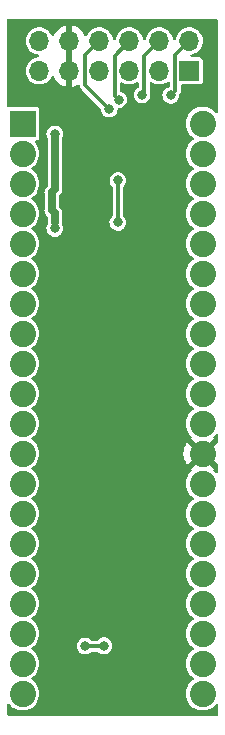
<source format=gbr>
%TF.GenerationSoftware,KiCad,Pcbnew,7.0.7*%
%TF.CreationDate,2025-07-21T04:58:23-04:00*%
%TF.ProjectId,Visual80-3,56697375-616c-4383-902d-332e6b696361,rev?*%
%TF.SameCoordinates,Original*%
%TF.FileFunction,Copper,L2,Bot*%
%TF.FilePolarity,Positive*%
%FSLAX46Y46*%
G04 Gerber Fmt 4.6, Leading zero omitted, Abs format (unit mm)*
G04 Created by KiCad (PCBNEW 7.0.7) date 2025-07-21 04:58:23*
%MOMM*%
%LPD*%
G01*
G04 APERTURE LIST*
%TA.AperFunction,ComponentPad*%
%ADD10R,2.222500X2.222500*%
%TD*%
%TA.AperFunction,ComponentPad*%
%ADD11C,2.222500*%
%TD*%
%TA.AperFunction,ComponentPad*%
%ADD12R,1.700000X1.700000*%
%TD*%
%TA.AperFunction,ComponentPad*%
%ADD13O,1.700000X1.700000*%
%TD*%
%TA.AperFunction,ViaPad*%
%ADD14C,0.800000*%
%TD*%
%TA.AperFunction,Conductor*%
%ADD15C,0.635000*%
%TD*%
%TA.AperFunction,Conductor*%
%ADD16C,0.304800*%
%TD*%
G04 APERTURE END LIST*
D10*
%TO.P,U1,1,Pin_1*%
%TO.N,A11*%
X136202500Y-31755000D03*
D11*
%TO.P,U1,2,Pin_2*%
%TO.N,A12*%
X136202500Y-34295000D03*
%TO.P,U1,3,Pin_3*%
%TO.N,A13*%
X136202500Y-36835000D03*
%TO.P,U1,4,Pin_4*%
%TO.N,A14*%
X136202500Y-39375000D03*
%TO.P,U1,5,Pin_5*%
%TO.N,A15*%
X136202500Y-41915000D03*
%TO.P,U1,6,Pin_6*%
%TO.N,CLK*%
X136202500Y-44455000D03*
%TO.P,U1,7,Pin_7*%
%TO.N,D4*%
X136202500Y-46995000D03*
%TO.P,U1,8,Pin_8*%
%TO.N,D3*%
X136202500Y-49535000D03*
%TO.P,U1,9,Pin_9*%
%TO.N,D5*%
X136202500Y-52075000D03*
%TO.P,U1,10,Pin_10*%
%TO.N,D6*%
X136202500Y-54615000D03*
%TO.P,U1,11,Pin_11*%
%TO.N,+5V*%
X136202500Y-57155000D03*
%TO.P,U1,12,Pin_12*%
%TO.N,D2*%
X136202500Y-59695000D03*
%TO.P,U1,13,Pin_13*%
%TO.N,D7*%
X136202500Y-62235000D03*
%TO.P,U1,14,Pin_14*%
%TO.N,D0*%
X136202500Y-64775000D03*
%TO.P,U1,15,Pin_15*%
%TO.N,D1*%
X136202500Y-67315000D03*
%TO.P,U1,16,Pin_16*%
%TO.N,_INT*%
X136202500Y-69855000D03*
%TO.P,U1,17,Pin_17*%
%TO.N,_NMI*%
X136202500Y-72395000D03*
%TO.P,U1,18,Pin_18*%
%TO.N,_HALT*%
X136202500Y-74935000D03*
%TO.P,U1,19,Pin_19*%
%TO.N,_MREQ*%
X136202500Y-77475000D03*
%TO.P,U1,20,Pin_20*%
%TO.N,_IORQ*%
X136202500Y-80015000D03*
%TO.P,U1,21,Pin_21*%
%TO.N,_RD*%
X151442500Y-80015000D03*
%TO.P,U1,22,Pin_22*%
%TO.N,_WR*%
X151442500Y-77475000D03*
%TO.P,U1,23,Pin_23*%
%TO.N,_BUSAK*%
X151442500Y-74935000D03*
%TO.P,U1,24,Pin_24*%
%TO.N,_WAIT*%
X151442500Y-72395000D03*
%TO.P,U1,25,Pin_25*%
%TO.N,_BUSRQ*%
X151442500Y-69855000D03*
%TO.P,U1,26,Pin_26*%
%TO.N,_RESET*%
X151442500Y-67315000D03*
%TO.P,U1,27,Pin_27*%
%TO.N,_M1*%
X151442500Y-64775000D03*
%TO.P,U1,28,Pin_28*%
%TO.N,_REFSH*%
X151442500Y-62235000D03*
%TO.P,U1,29,Pin_29*%
%TO.N,GND*%
X151442500Y-59695000D03*
%TO.P,U1,30,Pin_30*%
%TO.N,A0*%
X151442500Y-57155000D03*
%TO.P,U1,31,Pin_31*%
%TO.N,A1*%
X151442500Y-54615000D03*
%TO.P,U1,32,Pin_32*%
%TO.N,A2*%
X151442500Y-52075000D03*
%TO.P,U1,33,Pin_33*%
%TO.N,A3*%
X151442500Y-49535000D03*
%TO.P,U1,34,Pin_34*%
%TO.N,A4*%
X151442500Y-46995000D03*
%TO.P,U1,35,Pin_35*%
%TO.N,A5*%
X151442500Y-44455000D03*
%TO.P,U1,36,Pin_36*%
%TO.N,A6*%
X151442500Y-41915000D03*
%TO.P,U1,37,Pin_37*%
%TO.N,A7*%
X151442500Y-39375000D03*
%TO.P,U1,38,Pin_38*%
%TO.N,A8*%
X151442500Y-36835000D03*
%TO.P,U1,39,Pin_39*%
%TO.N,A9*%
X151442500Y-34295000D03*
%TO.P,U1,40,Pin_40*%
%TO.N,A10*%
X151442500Y-31755000D03*
%TD*%
D12*
%TO.P,J1,1,Pin_1*%
%TO.N,X9*%
X150325000Y-27290000D03*
D13*
%TO.P,J1,2,Pin_2*%
%TO.N,X8*%
X150325000Y-24750000D03*
%TO.P,J1,3,Pin_3*%
%TO.N,X13*%
X147785000Y-27290000D03*
%TO.P,J1,4,Pin_4*%
%TO.N,X10*%
X147785000Y-24750000D03*
%TO.P,J1,5,Pin_5*%
%TO.N,X14*%
X145245000Y-27290000D03*
%TO.P,J1,6,Pin_6*%
%TO.N,X11*%
X145245000Y-24750000D03*
%TO.P,J1,7,Pin_7*%
%TO.N,X15*%
X142705000Y-27290000D03*
%TO.P,J1,8,Pin_8*%
%TO.N,X12*%
X142705000Y-24750000D03*
%TO.P,J1,9,Pin_9*%
%TO.N,GND*%
X140165000Y-27290000D03*
%TO.P,J1,10,Pin_10*%
X140165000Y-24750000D03*
%TO.P,J1,11,Pin_11*%
%TO.N,+5V*%
X137625000Y-27290000D03*
%TO.P,J1,12,Pin_12*%
X137625000Y-24750000D03*
%TD*%
D14*
%TO.N,+5V*%
X138938000Y-32639000D03*
X138938000Y-40640000D03*
%TO.N,GND*%
X139689900Y-38354000D03*
%TO.N,_MREQ*%
X141500000Y-76000000D03*
X143101900Y-75968326D03*
%TO.N,LOAD*%
X144272000Y-40132000D03*
X144276518Y-36571482D03*
%TO.N,X8*%
X148748750Y-29368750D03*
%TO.N,X12*%
X143531674Y-30531674D03*
%TO.N,X11*%
X144338337Y-29725011D03*
%TO.N,X10*%
X146324049Y-29326498D03*
%TD*%
D15*
%TO.N,+5V*%
X138938000Y-37338000D02*
X138684000Y-37592000D01*
X138938000Y-39370000D02*
X138938000Y-40132000D01*
X138938000Y-32639000D02*
X138938000Y-37338000D01*
X138684000Y-39116000D02*
X138938000Y-39370000D01*
X138684000Y-37592000D02*
X138684000Y-39116000D01*
D16*
%TO.N,_MREQ*%
X143070226Y-76000000D02*
X141500000Y-76000000D01*
X143101900Y-75968326D02*
X143070226Y-76000000D01*
%TO.N,LOAD*%
X144276518Y-40127482D02*
X144272000Y-40132000D01*
X144276518Y-36571482D02*
X144276518Y-40127482D01*
%TO.N,X8*%
X149122600Y-28994900D02*
X149122600Y-25952400D01*
X149122600Y-25952400D02*
X150325000Y-24750000D01*
X148748750Y-29368750D02*
X149122600Y-28994900D01*
%TO.N,X12*%
X141500000Y-25955000D02*
X142705000Y-24750000D01*
X141500000Y-28500000D02*
X141500000Y-25955000D01*
X143531674Y-30531674D02*
X141500000Y-28500000D01*
%TO.N,X11*%
X144000000Y-25995000D02*
X145245000Y-24750000D01*
X144338337Y-29725011D02*
X144000000Y-29386674D01*
X144000000Y-29386674D02*
X144000000Y-25995000D01*
%TO.N,X10*%
X146500000Y-26035000D02*
X147785000Y-24750000D01*
X146324049Y-29326498D02*
X146500000Y-29150547D01*
X146500000Y-29150547D02*
X146500000Y-26035000D01*
%TD*%
%TA.AperFunction,Conductor*%
%TO.N,GND*%
G36*
X140342512Y-25249507D02*
G01*
X140395315Y-25295262D01*
X140415000Y-25362301D01*
X140415000Y-26677698D01*
X140395315Y-26744737D01*
X140342511Y-26790492D01*
X140273355Y-26800436D01*
X140200766Y-26790000D01*
X140200763Y-26790000D01*
X140129237Y-26790000D01*
X140129233Y-26790000D01*
X140056645Y-26800436D01*
X139987487Y-26790492D01*
X139934684Y-26744736D01*
X139915000Y-26677698D01*
X139915000Y-25362301D01*
X139934685Y-25295262D01*
X139987489Y-25249507D01*
X140056647Y-25239563D01*
X140129237Y-25250000D01*
X140129238Y-25250000D01*
X140200762Y-25250000D01*
X140200763Y-25250000D01*
X140273353Y-25239563D01*
X140342512Y-25249507D01*
G37*
%TD.AperFunction*%
%TA.AperFunction,Conductor*%
G36*
X152698539Y-22905185D02*
G01*
X152744294Y-22957989D01*
X152755500Y-23009500D01*
X152755500Y-30771990D01*
X152735815Y-30839029D01*
X152683011Y-30884784D01*
X152613853Y-30894728D01*
X152550297Y-30865703D01*
X152540270Y-30855973D01*
X152405188Y-30709235D01*
X152405184Y-30709232D01*
X152219938Y-30565049D01*
X152219929Y-30565043D01*
X152013478Y-30453318D01*
X152013468Y-30453313D01*
X151791437Y-30377090D01*
X151617767Y-30348110D01*
X151559879Y-30338450D01*
X151325121Y-30338450D01*
X151307371Y-30341412D01*
X151093562Y-30377090D01*
X150871531Y-30453313D01*
X150871521Y-30453318D01*
X150665070Y-30565043D01*
X150665061Y-30565049D01*
X150479815Y-30709232D01*
X150479812Y-30709235D01*
X150320809Y-30881957D01*
X150192411Y-31078486D01*
X150098111Y-31293469D01*
X150040481Y-31521043D01*
X150040479Y-31521052D01*
X150021095Y-31754994D01*
X150021095Y-31755005D01*
X150040479Y-31988947D01*
X150040481Y-31988956D01*
X150098111Y-32216530D01*
X150192411Y-32431513D01*
X150320809Y-32628042D01*
X150320812Y-32628045D01*
X150479809Y-32800762D01*
X150622509Y-32911830D01*
X150642188Y-32927147D01*
X150683000Y-32983857D01*
X150686675Y-33053630D01*
X150652043Y-33114313D01*
X150642188Y-33122853D01*
X150479811Y-33249236D01*
X150320809Y-33421957D01*
X150192411Y-33618486D01*
X150098111Y-33833469D01*
X150040481Y-34061043D01*
X150040479Y-34061052D01*
X150021095Y-34294994D01*
X150021095Y-34295005D01*
X150040479Y-34528947D01*
X150040481Y-34528956D01*
X150098111Y-34756530D01*
X150192411Y-34971513D01*
X150320809Y-35168042D01*
X150320812Y-35168045D01*
X150479809Y-35340762D01*
X150642187Y-35467146D01*
X150642188Y-35467147D01*
X150683000Y-35523857D01*
X150686675Y-35593630D01*
X150652043Y-35654313D01*
X150642188Y-35662853D01*
X150479811Y-35789236D01*
X150320809Y-35961957D01*
X150192411Y-36158486D01*
X150098111Y-36373469D01*
X150040481Y-36601043D01*
X150040479Y-36601052D01*
X150021095Y-36834994D01*
X150021095Y-36835005D01*
X150040479Y-37068947D01*
X150040481Y-37068956D01*
X150098111Y-37296530D01*
X150192411Y-37511513D01*
X150320809Y-37708042D01*
X150320812Y-37708045D01*
X150479809Y-37880762D01*
X150642185Y-38007145D01*
X150642188Y-38007147D01*
X150683000Y-38063857D01*
X150686675Y-38133630D01*
X150652043Y-38194313D01*
X150642188Y-38202853D01*
X150479811Y-38329236D01*
X150320809Y-38501957D01*
X150192411Y-38698486D01*
X150098111Y-38913469D01*
X150040481Y-39141043D01*
X150040479Y-39141052D01*
X150021095Y-39374994D01*
X150021095Y-39375005D01*
X150040479Y-39608947D01*
X150040481Y-39608956D01*
X150098111Y-39836530D01*
X150192411Y-40051513D01*
X150320809Y-40248042D01*
X150320812Y-40248045D01*
X150479809Y-40420762D01*
X150543033Y-40469971D01*
X150642188Y-40547147D01*
X150683000Y-40603857D01*
X150686675Y-40673630D01*
X150652043Y-40734313D01*
X150642188Y-40742853D01*
X150479811Y-40869236D01*
X150320809Y-41041957D01*
X150192411Y-41238486D01*
X150098111Y-41453469D01*
X150040481Y-41681043D01*
X150040479Y-41681052D01*
X150021095Y-41914994D01*
X150021095Y-41915005D01*
X150040479Y-42148947D01*
X150040481Y-42148956D01*
X150098111Y-42376530D01*
X150192411Y-42591513D01*
X150320809Y-42788042D01*
X150320812Y-42788045D01*
X150479809Y-42960762D01*
X150642187Y-43087146D01*
X150642188Y-43087147D01*
X150683000Y-43143857D01*
X150686675Y-43213630D01*
X150652043Y-43274313D01*
X150642188Y-43282853D01*
X150479811Y-43409236D01*
X150320809Y-43581957D01*
X150192411Y-43778486D01*
X150098111Y-43993469D01*
X150040481Y-44221043D01*
X150040479Y-44221052D01*
X150021095Y-44454994D01*
X150021095Y-44455005D01*
X150040479Y-44688947D01*
X150040481Y-44688956D01*
X150098111Y-44916530D01*
X150192411Y-45131513D01*
X150320809Y-45328042D01*
X150320812Y-45328045D01*
X150479809Y-45500762D01*
X150642187Y-45627146D01*
X150642188Y-45627147D01*
X150683000Y-45683857D01*
X150686675Y-45753630D01*
X150652043Y-45814313D01*
X150642188Y-45822853D01*
X150479811Y-45949236D01*
X150320809Y-46121957D01*
X150192411Y-46318486D01*
X150098111Y-46533469D01*
X150040481Y-46761043D01*
X150040479Y-46761052D01*
X150021095Y-46994994D01*
X150021095Y-46995005D01*
X150040479Y-47228947D01*
X150040481Y-47228956D01*
X150098111Y-47456530D01*
X150192411Y-47671513D01*
X150320809Y-47868042D01*
X150320812Y-47868045D01*
X150479809Y-48040762D01*
X150642185Y-48167145D01*
X150642188Y-48167147D01*
X150683000Y-48223857D01*
X150686675Y-48293630D01*
X150652043Y-48354313D01*
X150642188Y-48362853D01*
X150479811Y-48489236D01*
X150320809Y-48661957D01*
X150192411Y-48858486D01*
X150098111Y-49073469D01*
X150040481Y-49301043D01*
X150040479Y-49301052D01*
X150021095Y-49534994D01*
X150021095Y-49535005D01*
X150040479Y-49768947D01*
X150040481Y-49768956D01*
X150098111Y-49996530D01*
X150192411Y-50211513D01*
X150320809Y-50408042D01*
X150320812Y-50408045D01*
X150479809Y-50580762D01*
X150642187Y-50707146D01*
X150642188Y-50707147D01*
X150683000Y-50763857D01*
X150686675Y-50833630D01*
X150652043Y-50894313D01*
X150642188Y-50902853D01*
X150479811Y-51029236D01*
X150320809Y-51201957D01*
X150192411Y-51398486D01*
X150098111Y-51613469D01*
X150040481Y-51841043D01*
X150040479Y-51841052D01*
X150021095Y-52074994D01*
X150021095Y-52075005D01*
X150040479Y-52308947D01*
X150040481Y-52308956D01*
X150098111Y-52536530D01*
X150192411Y-52751513D01*
X150320809Y-52948042D01*
X150320812Y-52948045D01*
X150479809Y-53120762D01*
X150642185Y-53247145D01*
X150642188Y-53247147D01*
X150683000Y-53303857D01*
X150686675Y-53373630D01*
X150652043Y-53434313D01*
X150642188Y-53442853D01*
X150479811Y-53569236D01*
X150320809Y-53741957D01*
X150192411Y-53938486D01*
X150098111Y-54153469D01*
X150040481Y-54381043D01*
X150040479Y-54381052D01*
X150021095Y-54614994D01*
X150021095Y-54615005D01*
X150040479Y-54848947D01*
X150040481Y-54848956D01*
X150098111Y-55076530D01*
X150192411Y-55291513D01*
X150320809Y-55488042D01*
X150320812Y-55488045D01*
X150479809Y-55660762D01*
X150642185Y-55787145D01*
X150642188Y-55787147D01*
X150683000Y-55843857D01*
X150686675Y-55913630D01*
X150652043Y-55974313D01*
X150642188Y-55982853D01*
X150479811Y-56109236D01*
X150320809Y-56281957D01*
X150192411Y-56478486D01*
X150098111Y-56693469D01*
X150040481Y-56921043D01*
X150040479Y-56921052D01*
X150021095Y-57154994D01*
X150021095Y-57155005D01*
X150040479Y-57388947D01*
X150040481Y-57388956D01*
X150098111Y-57616530D01*
X150192411Y-57831513D01*
X150320809Y-58028042D01*
X150320812Y-58028045D01*
X150479809Y-58200762D01*
X150480808Y-58201539D01*
X150481111Y-58201960D01*
X150483585Y-58204238D01*
X150483116Y-58204746D01*
X150521625Y-58258245D01*
X150525305Y-58328018D01*
X150490679Y-58388704D01*
X150490352Y-58389000D01*
X150490340Y-58389287D01*
X151044323Y-58943270D01*
X151077808Y-59004593D01*
X151072824Y-59074285D01*
X151030952Y-59130218D01*
X151027083Y-59133001D01*
X150975903Y-59168327D01*
X150868950Y-59289054D01*
X150809761Y-59326181D01*
X150739895Y-59325413D01*
X150688454Y-59294508D01*
X150136786Y-58742840D01*
X150134940Y-58745003D01*
X150002426Y-58961245D01*
X149905373Y-59195554D01*
X149846165Y-59442171D01*
X149826268Y-59694999D01*
X149846165Y-59947828D01*
X149905373Y-60194445D01*
X150002426Y-60428754D01*
X150134935Y-60644987D01*
X150134945Y-60645001D01*
X150136787Y-60647157D01*
X150688453Y-60095491D01*
X150749776Y-60062006D01*
X150819467Y-60066990D01*
X150868949Y-60100945D01*
X150975905Y-60221673D01*
X150975907Y-60221675D01*
X151004833Y-60241641D01*
X151027081Y-60256998D01*
X151071071Y-60311281D01*
X151078731Y-60380730D01*
X151047627Y-60443295D01*
X151044322Y-60446729D01*
X150490341Y-61000711D01*
X150490487Y-61004423D01*
X150523384Y-61054830D01*
X150523874Y-61124698D01*
X150486513Y-61183740D01*
X150480827Y-61188445D01*
X150479814Y-61189233D01*
X150479812Y-61189235D01*
X150320809Y-61361957D01*
X150192411Y-61558486D01*
X150098111Y-61773469D01*
X150040481Y-62001043D01*
X150040479Y-62001052D01*
X150021095Y-62234994D01*
X150021095Y-62235005D01*
X150040479Y-62468947D01*
X150040481Y-62468956D01*
X150098111Y-62696530D01*
X150192411Y-62911513D01*
X150320809Y-63108042D01*
X150320812Y-63108045D01*
X150479809Y-63280762D01*
X150642185Y-63407145D01*
X150642188Y-63407147D01*
X150683000Y-63463857D01*
X150686675Y-63533630D01*
X150652043Y-63594313D01*
X150642188Y-63602853D01*
X150479811Y-63729236D01*
X150320809Y-63901957D01*
X150192411Y-64098486D01*
X150098111Y-64313469D01*
X150040481Y-64541043D01*
X150040479Y-64541052D01*
X150021095Y-64774994D01*
X150021095Y-64775005D01*
X150040479Y-65008947D01*
X150040481Y-65008956D01*
X150098111Y-65236530D01*
X150192411Y-65451513D01*
X150320809Y-65648042D01*
X150320812Y-65648045D01*
X150479809Y-65820762D01*
X150642187Y-65947146D01*
X150642188Y-65947147D01*
X150683000Y-66003857D01*
X150686675Y-66073630D01*
X150652043Y-66134313D01*
X150642188Y-66142853D01*
X150479811Y-66269236D01*
X150320809Y-66441957D01*
X150192411Y-66638486D01*
X150098111Y-66853469D01*
X150040481Y-67081043D01*
X150040479Y-67081052D01*
X150021095Y-67314994D01*
X150021095Y-67315005D01*
X150040479Y-67548947D01*
X150040481Y-67548956D01*
X150098111Y-67776530D01*
X150192411Y-67991513D01*
X150320809Y-68188042D01*
X150320812Y-68188045D01*
X150479809Y-68360762D01*
X150642187Y-68487146D01*
X150642188Y-68487147D01*
X150683000Y-68543857D01*
X150686675Y-68613630D01*
X150652043Y-68674313D01*
X150642188Y-68682853D01*
X150479811Y-68809236D01*
X150320809Y-68981957D01*
X150192411Y-69178486D01*
X150098111Y-69393469D01*
X150040481Y-69621043D01*
X150040479Y-69621052D01*
X150021095Y-69854994D01*
X150021095Y-69855005D01*
X150040479Y-70088947D01*
X150040481Y-70088956D01*
X150098111Y-70316530D01*
X150192411Y-70531513D01*
X150320809Y-70728042D01*
X150320812Y-70728045D01*
X150479809Y-70900762D01*
X150642185Y-71027145D01*
X150642188Y-71027147D01*
X150683000Y-71083857D01*
X150686675Y-71153630D01*
X150652043Y-71214313D01*
X150642188Y-71222853D01*
X150479811Y-71349236D01*
X150320809Y-71521957D01*
X150192411Y-71718486D01*
X150098111Y-71933469D01*
X150040481Y-72161043D01*
X150040479Y-72161052D01*
X150021095Y-72394994D01*
X150021095Y-72395005D01*
X150040479Y-72628947D01*
X150040481Y-72628956D01*
X150098111Y-72856530D01*
X150192411Y-73071513D01*
X150320809Y-73268042D01*
X150320812Y-73268045D01*
X150479809Y-73440762D01*
X150642185Y-73567145D01*
X150642188Y-73567147D01*
X150683000Y-73623857D01*
X150686675Y-73693630D01*
X150652043Y-73754313D01*
X150642188Y-73762853D01*
X150479811Y-73889236D01*
X150320809Y-74061957D01*
X150192411Y-74258486D01*
X150098111Y-74473469D01*
X150040481Y-74701043D01*
X150040479Y-74701052D01*
X150021095Y-74934994D01*
X150021095Y-74935005D01*
X150040479Y-75168947D01*
X150040481Y-75168956D01*
X150098111Y-75396530D01*
X150192411Y-75611513D01*
X150320809Y-75808042D01*
X150320812Y-75808045D01*
X150479809Y-75980762D01*
X150642187Y-76107146D01*
X150642188Y-76107147D01*
X150683000Y-76163857D01*
X150686675Y-76233630D01*
X150652043Y-76294313D01*
X150642188Y-76302853D01*
X150479811Y-76429236D01*
X150320809Y-76601957D01*
X150192411Y-76798486D01*
X150098111Y-77013469D01*
X150040481Y-77241043D01*
X150040479Y-77241052D01*
X150021095Y-77474994D01*
X150021095Y-77475005D01*
X150040479Y-77708947D01*
X150040481Y-77708956D01*
X150098111Y-77936530D01*
X150192411Y-78151513D01*
X150320809Y-78348042D01*
X150320812Y-78348045D01*
X150479809Y-78520762D01*
X150642185Y-78647145D01*
X150642188Y-78647147D01*
X150683000Y-78703857D01*
X150686675Y-78773630D01*
X150652043Y-78834313D01*
X150642188Y-78842853D01*
X150479811Y-78969236D01*
X150320809Y-79141957D01*
X150192411Y-79338486D01*
X150098111Y-79553469D01*
X150040481Y-79781043D01*
X150040479Y-79781052D01*
X150021095Y-80014994D01*
X150021095Y-80015005D01*
X150040479Y-80248947D01*
X150040481Y-80248956D01*
X150098111Y-80476530D01*
X150192411Y-80691513D01*
X150320809Y-80888042D01*
X150320812Y-80888045D01*
X150479809Y-81060762D01*
X150665065Y-81204953D01*
X150665067Y-81204954D01*
X150665070Y-81204956D01*
X150785096Y-81269910D01*
X150871528Y-81316685D01*
X150871531Y-81316686D01*
X151093562Y-81392909D01*
X151093564Y-81392909D01*
X151093566Y-81392910D01*
X151325121Y-81431550D01*
X151325122Y-81431550D01*
X151559878Y-81431550D01*
X151559879Y-81431550D01*
X151791434Y-81392910D01*
X152013472Y-81316685D01*
X152219935Y-81204953D01*
X152405191Y-81060762D01*
X152540271Y-80914024D01*
X152600157Y-80878036D01*
X152669995Y-80880136D01*
X152727611Y-80919660D01*
X152754713Y-80984059D01*
X152755500Y-80998009D01*
X152755500Y-81765500D01*
X152735815Y-81832539D01*
X152683011Y-81878294D01*
X152631500Y-81889500D01*
X135023500Y-81889500D01*
X134956461Y-81869815D01*
X134910706Y-81817011D01*
X134899500Y-81765500D01*
X134899500Y-81008872D01*
X134919185Y-80941833D01*
X134971989Y-80896078D01*
X135041147Y-80886134D01*
X135104703Y-80915159D01*
X135114722Y-80924882D01*
X135239809Y-81060762D01*
X135425065Y-81204953D01*
X135425067Y-81204954D01*
X135425070Y-81204956D01*
X135545096Y-81269910D01*
X135631528Y-81316685D01*
X135631531Y-81316686D01*
X135853562Y-81392909D01*
X135853564Y-81392909D01*
X135853566Y-81392910D01*
X136085121Y-81431550D01*
X136085122Y-81431550D01*
X136319878Y-81431550D01*
X136319879Y-81431550D01*
X136551434Y-81392910D01*
X136773472Y-81316685D01*
X136979935Y-81204953D01*
X137165191Y-81060762D01*
X137324188Y-80888045D01*
X137452588Y-80691514D01*
X137546889Y-80476529D01*
X137604519Y-80248956D01*
X137623905Y-80015000D01*
X137604519Y-79781044D01*
X137546889Y-79553471D01*
X137452588Y-79338486D01*
X137452588Y-79338485D01*
X137324190Y-79141957D01*
X137284672Y-79099029D01*
X137165191Y-78969238D01*
X137002810Y-78842851D01*
X136961999Y-78786143D01*
X136958324Y-78716370D01*
X136992956Y-78655687D01*
X137002800Y-78647156D01*
X137165191Y-78520762D01*
X137324188Y-78348045D01*
X137452588Y-78151514D01*
X137546889Y-77936529D01*
X137604519Y-77708956D01*
X137623905Y-77475000D01*
X137604519Y-77241044D01*
X137546889Y-77013471D01*
X137452588Y-76798486D01*
X137344233Y-76632636D01*
X137324190Y-76601957D01*
X137284672Y-76559029D01*
X137165191Y-76429238D01*
X137002810Y-76302851D01*
X136961999Y-76246143D01*
X136958324Y-76176370D01*
X136992956Y-76115687D01*
X137002800Y-76107156D01*
X137140474Y-76000000D01*
X140789520Y-76000000D01*
X140810165Y-76170029D01*
X140870901Y-76330177D01*
X140870901Y-76330178D01*
X140939277Y-76429236D01*
X140968198Y-76471135D01*
X141096401Y-76584714D01*
X141248060Y-76664310D01*
X141331210Y-76684805D01*
X141414360Y-76705300D01*
X141414361Y-76705300D01*
X141585640Y-76705300D01*
X141641072Y-76691636D01*
X141751940Y-76664310D01*
X141903599Y-76584714D01*
X142011767Y-76488884D01*
X142074999Y-76459163D01*
X142093994Y-76457700D01*
X142543658Y-76457700D01*
X142610697Y-76477385D01*
X142625881Y-76488881D01*
X142698301Y-76553040D01*
X142849960Y-76632636D01*
X142933110Y-76653130D01*
X143016260Y-76673626D01*
X143016261Y-76673626D01*
X143187540Y-76673626D01*
X143242972Y-76659962D01*
X143353840Y-76632636D01*
X143505499Y-76553040D01*
X143633702Y-76439461D01*
X143730999Y-76298503D01*
X143791735Y-76138355D01*
X143812380Y-75968326D01*
X143791735Y-75798297D01*
X143730999Y-75638149D01*
X143712613Y-75611513D01*
X143661632Y-75537654D01*
X143633702Y-75497191D01*
X143505499Y-75383612D01*
X143353840Y-75304016D01*
X143353839Y-75304015D01*
X143353838Y-75304015D01*
X143187540Y-75263026D01*
X143187539Y-75263026D01*
X143016261Y-75263026D01*
X143016260Y-75263026D01*
X142849961Y-75304015D01*
X142698302Y-75383611D01*
X142570093Y-75497195D01*
X142567142Y-75500527D01*
X142507953Y-75537654D01*
X142474327Y-75542300D01*
X142093994Y-75542300D01*
X142026955Y-75522615D01*
X142011769Y-75511118D01*
X141903599Y-75415286D01*
X141751940Y-75335690D01*
X141751939Y-75335689D01*
X141751938Y-75335689D01*
X141585640Y-75294700D01*
X141585639Y-75294700D01*
X141414361Y-75294700D01*
X141414360Y-75294700D01*
X141248061Y-75335689D01*
X141096402Y-75415285D01*
X140968198Y-75528864D01*
X140968196Y-75528867D01*
X140870901Y-75669821D01*
X140870901Y-75669822D01*
X140810165Y-75829970D01*
X140789520Y-75999999D01*
X140789520Y-76000000D01*
X137140474Y-76000000D01*
X137165191Y-75980762D01*
X137324188Y-75808045D01*
X137452588Y-75611514D01*
X137546889Y-75396529D01*
X137604519Y-75168956D01*
X137623905Y-74935000D01*
X137604519Y-74701044D01*
X137546889Y-74473471D01*
X137452588Y-74258486D01*
X137452588Y-74258485D01*
X137324190Y-74061957D01*
X137284672Y-74019029D01*
X137165191Y-73889238D01*
X137002810Y-73762851D01*
X136961999Y-73706143D01*
X136958324Y-73636370D01*
X136992956Y-73575687D01*
X137002800Y-73567156D01*
X137165191Y-73440762D01*
X137324188Y-73268045D01*
X137452588Y-73071514D01*
X137546889Y-72856529D01*
X137604519Y-72628956D01*
X137623905Y-72395000D01*
X137604519Y-72161044D01*
X137546889Y-71933471D01*
X137452588Y-71718486D01*
X137452588Y-71718485D01*
X137324190Y-71521957D01*
X137284672Y-71479029D01*
X137165191Y-71349238D01*
X137056004Y-71264254D01*
X137002811Y-71222852D01*
X136961998Y-71166142D01*
X136958324Y-71096369D01*
X136992956Y-71035686D01*
X137002788Y-71027165D01*
X137165191Y-70900762D01*
X137324188Y-70728045D01*
X137452588Y-70531514D01*
X137546889Y-70316529D01*
X137604519Y-70088956D01*
X137623905Y-69855000D01*
X137604519Y-69621044D01*
X137546889Y-69393471D01*
X137452588Y-69178486D01*
X137452587Y-69178485D01*
X137324190Y-68981957D01*
X137284672Y-68939029D01*
X137165191Y-68809238D01*
X137002810Y-68682851D01*
X136961999Y-68626143D01*
X136958324Y-68556370D01*
X136992956Y-68495687D01*
X137002800Y-68487156D01*
X137165191Y-68360762D01*
X137324188Y-68188045D01*
X137452588Y-67991514D01*
X137546889Y-67776529D01*
X137604519Y-67548956D01*
X137623905Y-67315000D01*
X137604519Y-67081044D01*
X137546889Y-66853471D01*
X137452588Y-66638486D01*
X137452587Y-66638485D01*
X137324190Y-66441957D01*
X137284672Y-66399029D01*
X137165191Y-66269238D01*
X137002810Y-66142851D01*
X136961999Y-66086143D01*
X136958324Y-66016370D01*
X136992956Y-65955687D01*
X137002800Y-65947156D01*
X137165191Y-65820762D01*
X137324188Y-65648045D01*
X137452588Y-65451514D01*
X137546889Y-65236529D01*
X137604519Y-65008956D01*
X137623905Y-64775000D01*
X137604519Y-64541044D01*
X137546889Y-64313471D01*
X137452588Y-64098486D01*
X137452587Y-64098485D01*
X137324190Y-63901957D01*
X137284672Y-63859029D01*
X137165191Y-63729238D01*
X137056004Y-63644254D01*
X137002811Y-63602852D01*
X136961998Y-63546142D01*
X136958324Y-63476369D01*
X136992956Y-63415686D01*
X137002788Y-63407165D01*
X137165191Y-63280762D01*
X137324188Y-63108045D01*
X137452588Y-62911514D01*
X137546889Y-62696529D01*
X137604519Y-62468956D01*
X137623905Y-62235000D01*
X137604519Y-62001044D01*
X137546889Y-61773471D01*
X137452588Y-61558486D01*
X137452587Y-61558485D01*
X137324190Y-61361957D01*
X137284672Y-61319029D01*
X137165191Y-61189238D01*
X137002810Y-61062851D01*
X136961999Y-61006143D01*
X136958324Y-60936370D01*
X136992956Y-60875687D01*
X137002800Y-60867156D01*
X137165191Y-60740762D01*
X137324188Y-60568045D01*
X137452588Y-60371514D01*
X137546889Y-60156529D01*
X137604519Y-59928956D01*
X137604520Y-59928947D01*
X137623905Y-59695005D01*
X137623905Y-59694994D01*
X137604520Y-59461052D01*
X137604519Y-59461049D01*
X137604519Y-59461044D01*
X137546889Y-59233471D01*
X137452588Y-59018486D01*
X137403447Y-58943270D01*
X137324190Y-58821957D01*
X137259081Y-58751230D01*
X137165191Y-58649238D01*
X137002810Y-58522851D01*
X136961999Y-58466143D01*
X136958324Y-58396370D01*
X136992956Y-58335687D01*
X137002800Y-58327156D01*
X137165191Y-58200762D01*
X137324188Y-58028045D01*
X137452588Y-57831514D01*
X137546889Y-57616529D01*
X137604519Y-57388956D01*
X137623905Y-57155000D01*
X137604519Y-56921044D01*
X137546889Y-56693471D01*
X137452588Y-56478486D01*
X137452587Y-56478485D01*
X137324190Y-56281957D01*
X137284672Y-56239029D01*
X137165191Y-56109238D01*
X137002810Y-55982851D01*
X136961999Y-55926143D01*
X136958324Y-55856370D01*
X136992956Y-55795687D01*
X137002800Y-55787156D01*
X137165191Y-55660762D01*
X137324188Y-55488045D01*
X137452588Y-55291514D01*
X137546889Y-55076529D01*
X137604519Y-54848956D01*
X137623905Y-54615000D01*
X137604519Y-54381044D01*
X137546889Y-54153471D01*
X137452588Y-53938486D01*
X137452587Y-53938485D01*
X137324190Y-53741957D01*
X137284672Y-53699029D01*
X137165191Y-53569238D01*
X137002810Y-53442851D01*
X136961999Y-53386143D01*
X136958324Y-53316370D01*
X136992956Y-53255687D01*
X137002800Y-53247156D01*
X137165191Y-53120762D01*
X137324188Y-52948045D01*
X137452588Y-52751514D01*
X137546889Y-52536529D01*
X137604519Y-52308956D01*
X137623905Y-52075000D01*
X137604519Y-51841044D01*
X137546889Y-51613471D01*
X137452588Y-51398486D01*
X137452587Y-51398485D01*
X137324190Y-51201957D01*
X137284672Y-51159029D01*
X137165191Y-51029238D01*
X137002810Y-50902851D01*
X136961999Y-50846143D01*
X136958324Y-50776370D01*
X136992956Y-50715687D01*
X137002800Y-50707156D01*
X137165191Y-50580762D01*
X137324188Y-50408045D01*
X137452588Y-50211514D01*
X137546889Y-49996529D01*
X137604519Y-49768956D01*
X137623905Y-49535000D01*
X137604519Y-49301044D01*
X137546889Y-49073471D01*
X137452588Y-48858486D01*
X137452587Y-48858485D01*
X137324190Y-48661957D01*
X137284672Y-48619029D01*
X137165191Y-48489238D01*
X137002810Y-48362851D01*
X136961999Y-48306143D01*
X136958324Y-48236370D01*
X136992956Y-48175687D01*
X137002800Y-48167156D01*
X137165191Y-48040762D01*
X137324188Y-47868045D01*
X137452588Y-47671514D01*
X137546889Y-47456529D01*
X137604519Y-47228956D01*
X137623905Y-46995000D01*
X137604519Y-46761044D01*
X137546889Y-46533471D01*
X137452588Y-46318486D01*
X137452587Y-46318485D01*
X137324190Y-46121957D01*
X137284672Y-46079029D01*
X137165191Y-45949238D01*
X137002810Y-45822851D01*
X136961999Y-45766143D01*
X136958324Y-45696370D01*
X136992956Y-45635687D01*
X137002800Y-45627156D01*
X137165191Y-45500762D01*
X137324188Y-45328045D01*
X137452588Y-45131514D01*
X137546889Y-44916529D01*
X137604519Y-44688956D01*
X137623905Y-44455000D01*
X137604519Y-44221044D01*
X137546889Y-43993471D01*
X137452588Y-43778486D01*
X137452587Y-43778485D01*
X137324190Y-43581957D01*
X137284672Y-43539029D01*
X137165191Y-43409238D01*
X137002810Y-43282851D01*
X136961999Y-43226143D01*
X136958324Y-43156370D01*
X136992956Y-43095687D01*
X137002800Y-43087156D01*
X137165191Y-42960762D01*
X137324188Y-42788045D01*
X137452588Y-42591514D01*
X137546889Y-42376529D01*
X137604519Y-42148956D01*
X137623905Y-41915000D01*
X137604519Y-41681044D01*
X137546889Y-41453471D01*
X137452588Y-41238486D01*
X137369384Y-41111132D01*
X137324190Y-41041957D01*
X137284672Y-40999029D01*
X137165191Y-40869238D01*
X137002810Y-40742851D01*
X136961999Y-40686143D01*
X136958324Y-40616370D01*
X136992956Y-40555687D01*
X137002800Y-40547156D01*
X137165191Y-40420762D01*
X137324188Y-40248045D01*
X137452588Y-40051514D01*
X137546889Y-39836529D01*
X137604519Y-39608956D01*
X137606983Y-39579224D01*
X137623905Y-39375005D01*
X137623905Y-39374994D01*
X137604520Y-39141052D01*
X137604519Y-39141049D01*
X137604519Y-39141044D01*
X137546889Y-38913471D01*
X137452588Y-38698486D01*
X137452587Y-38698485D01*
X137324190Y-38501957D01*
X137284672Y-38459029D01*
X137165191Y-38329238D01*
X137002810Y-38202851D01*
X136961999Y-38146143D01*
X136958324Y-38076370D01*
X136992956Y-38015687D01*
X137002800Y-38007156D01*
X137165191Y-37880762D01*
X137324188Y-37708045D01*
X137324883Y-37706982D01*
X137386747Y-37612291D01*
X137412887Y-37572281D01*
X138056560Y-37572281D01*
X138060925Y-37618459D01*
X138061200Y-37624297D01*
X138061200Y-39033551D01*
X138059480Y-39049129D01*
X138059770Y-39049157D01*
X138059036Y-39056922D01*
X138061200Y-39125778D01*
X138061200Y-39155192D01*
X138062063Y-39162015D01*
X138062521Y-39167839D01*
X138063978Y-39214200D01*
X138069533Y-39233321D01*
X138073477Y-39252366D01*
X138075972Y-39272115D01*
X138075974Y-39272120D01*
X138093048Y-39315245D01*
X138094940Y-39320773D01*
X138107878Y-39365307D01*
X138107879Y-39365308D01*
X138118008Y-39382435D01*
X138126567Y-39399907D01*
X138133895Y-39418414D01*
X138133898Y-39418421D01*
X138147299Y-39436866D01*
X138161158Y-39455941D01*
X138164367Y-39460826D01*
X138187976Y-39500746D01*
X138187983Y-39500756D01*
X138202050Y-39514822D01*
X138214689Y-39529619D01*
X138226391Y-39545725D01*
X138262132Y-39575293D01*
X138266442Y-39579214D01*
X138278877Y-39591649D01*
X138312365Y-39652969D01*
X138315200Y-39679333D01*
X138315200Y-40171181D01*
X138315201Y-40171197D01*
X138323209Y-40234592D01*
X138312082Y-40303570D01*
X138309993Y-40307740D01*
X138308904Y-40309815D01*
X138248165Y-40469970D01*
X138227520Y-40639999D01*
X138227520Y-40640000D01*
X138248165Y-40810029D01*
X138308901Y-40970177D01*
X138308901Y-40970178D01*
X138360399Y-41044784D01*
X138406198Y-41111135D01*
X138534401Y-41224714D01*
X138686060Y-41304310D01*
X138769210Y-41324804D01*
X138852360Y-41345300D01*
X138852361Y-41345300D01*
X139023640Y-41345300D01*
X139079072Y-41331636D01*
X139189940Y-41304310D01*
X139341599Y-41224714D01*
X139469802Y-41111135D01*
X139567099Y-40970177D01*
X139627835Y-40810029D01*
X139648480Y-40640000D01*
X139627835Y-40469971D01*
X139567099Y-40309823D01*
X139567098Y-40309821D01*
X139564439Y-40302810D01*
X139566094Y-40302182D01*
X139554223Y-40242939D01*
X139557642Y-40222976D01*
X139560799Y-40210680D01*
X139560800Y-40210678D01*
X139560800Y-40132000D01*
X143561520Y-40132000D01*
X143582165Y-40302029D01*
X143642901Y-40462177D01*
X143642901Y-40462178D01*
X143701551Y-40547146D01*
X143740198Y-40603135D01*
X143868401Y-40716714D01*
X144020060Y-40796310D01*
X144075720Y-40810029D01*
X144186360Y-40837300D01*
X144186361Y-40837300D01*
X144357640Y-40837300D01*
X144413072Y-40823636D01*
X144523940Y-40796310D01*
X144675599Y-40716714D01*
X144803802Y-40603135D01*
X144901099Y-40462177D01*
X144961835Y-40302029D01*
X144982480Y-40132000D01*
X144961835Y-39961971D01*
X144901099Y-39801823D01*
X144803802Y-39660865D01*
X144803795Y-39660859D01*
X144775989Y-39636224D01*
X144738864Y-39577034D01*
X144734218Y-39543410D01*
X144734218Y-37164073D01*
X144753903Y-37097034D01*
X144775986Y-37071261D01*
X144808320Y-37042617D01*
X144905617Y-36901659D01*
X144966353Y-36741511D01*
X144986998Y-36571482D01*
X144966353Y-36401453D01*
X144905617Y-36241305D01*
X144808320Y-36100347D01*
X144680117Y-35986768D01*
X144528458Y-35907172D01*
X144528457Y-35907171D01*
X144528456Y-35907171D01*
X144362158Y-35866182D01*
X144362157Y-35866182D01*
X144190879Y-35866182D01*
X144190878Y-35866182D01*
X144024579Y-35907171D01*
X143872920Y-35986767D01*
X143744716Y-36100346D01*
X143744714Y-36100349D01*
X143647419Y-36241303D01*
X143647419Y-36241304D01*
X143586683Y-36401452D01*
X143566038Y-36571481D01*
X143566038Y-36571482D01*
X143586683Y-36741511D01*
X143647419Y-36901659D01*
X143647419Y-36901660D01*
X143735666Y-37029506D01*
X143744716Y-37042617D01*
X143777046Y-37071259D01*
X143814171Y-37130446D01*
X143818818Y-37164073D01*
X143818818Y-39535405D01*
X143799133Y-39602444D01*
X143777046Y-39628219D01*
X143740203Y-39660859D01*
X143740196Y-39660867D01*
X143642901Y-39801821D01*
X143642901Y-39801822D01*
X143582165Y-39961970D01*
X143561520Y-40131999D01*
X143561520Y-40132000D01*
X139560800Y-40132000D01*
X139560800Y-39452446D01*
X139562519Y-39436866D01*
X139562230Y-39436839D01*
X139562962Y-39429083D01*
X139562964Y-39429076D01*
X139560800Y-39360221D01*
X139560800Y-39330817D01*
X139559934Y-39323972D01*
X139559477Y-39318153D01*
X139559386Y-39315245D01*
X139558021Y-39271798D01*
X139552467Y-39252682D01*
X139548521Y-39233627D01*
X139548482Y-39233321D01*
X139546028Y-39213885D01*
X139528952Y-39170756D01*
X139527060Y-39165230D01*
X139524889Y-39157760D01*
X139514120Y-39120690D01*
X139503987Y-39103557D01*
X139495429Y-39086087D01*
X139488102Y-39067579D01*
X139460837Y-39030053D01*
X139457630Y-39025169D01*
X139434022Y-38985250D01*
X139434021Y-38985249D01*
X139434020Y-38985247D01*
X139419946Y-38971172D01*
X139407306Y-38956374D01*
X139395610Y-38940276D01*
X139395610Y-38940275D01*
X139359876Y-38910714D01*
X139355564Y-38906791D01*
X139343119Y-38894345D01*
X139309634Y-38833023D01*
X139306800Y-38806665D01*
X139306800Y-37904162D01*
X139326485Y-37837123D01*
X139340406Y-37819280D01*
X139385306Y-37771465D01*
X139406092Y-37750680D01*
X139410309Y-37745241D01*
X139414106Y-37740796D01*
X139445859Y-37706983D01*
X139450778Y-37698036D01*
X139455445Y-37689545D01*
X139466128Y-37673282D01*
X139478331Y-37657551D01*
X139496759Y-37614964D01*
X139499320Y-37609737D01*
X139521667Y-37569090D01*
X139526616Y-37549812D01*
X139532918Y-37531407D01*
X139540825Y-37513137D01*
X139548086Y-37467291D01*
X139549260Y-37461621D01*
X139560800Y-37416678D01*
X139560800Y-37396771D01*
X139562327Y-37377372D01*
X139565440Y-37357719D01*
X139561075Y-37311542D01*
X139560800Y-37305704D01*
X139560800Y-33008510D01*
X139568858Y-32964539D01*
X139583039Y-32927147D01*
X139627835Y-32809029D01*
X139648480Y-32639000D01*
X139647149Y-32628042D01*
X139645935Y-32618036D01*
X139627835Y-32468971D01*
X139567099Y-32308823D01*
X139469802Y-32167865D01*
X139341599Y-32054286D01*
X139189940Y-31974690D01*
X139189939Y-31974689D01*
X139189938Y-31974689D01*
X139023640Y-31933700D01*
X139023639Y-31933700D01*
X138852361Y-31933700D01*
X138852360Y-31933700D01*
X138686061Y-31974689D01*
X138534402Y-32054285D01*
X138406198Y-32167864D01*
X138406196Y-32167867D01*
X138308901Y-32308821D01*
X138308901Y-32308822D01*
X138248165Y-32468970D01*
X138227520Y-32638999D01*
X138227520Y-32639000D01*
X138248165Y-32809029D01*
X138307142Y-32964539D01*
X138315200Y-33008510D01*
X138315200Y-37025837D01*
X138295515Y-37092876D01*
X138281593Y-37110720D01*
X138236708Y-37158518D01*
X138215912Y-37179313D01*
X138215908Y-37179318D01*
X138211678Y-37184770D01*
X138207889Y-37189206D01*
X138176145Y-37223011D01*
X138176140Y-37223017D01*
X138166551Y-37240460D01*
X138155873Y-37256715D01*
X138143669Y-37272449D01*
X138143665Y-37272456D01*
X138125243Y-37315024D01*
X138122674Y-37320270D01*
X138100332Y-37360911D01*
X138095382Y-37380190D01*
X138089083Y-37398586D01*
X138081257Y-37416674D01*
X138081174Y-37416866D01*
X138073918Y-37462680D01*
X138072733Y-37468402D01*
X138061200Y-37513322D01*
X138061200Y-37533228D01*
X138059673Y-37552627D01*
X138056560Y-37572280D01*
X138056560Y-37572281D01*
X137412887Y-37572281D01*
X137452588Y-37511514D01*
X137546889Y-37296529D01*
X137604519Y-37068956D01*
X137604520Y-37068947D01*
X137623905Y-36835005D01*
X137623905Y-36834994D01*
X137604520Y-36601052D01*
X137604519Y-36601049D01*
X137604519Y-36601044D01*
X137546889Y-36373471D01*
X137452588Y-36158486D01*
X137414603Y-36100346D01*
X137324190Y-35961957D01*
X137273756Y-35907171D01*
X137165191Y-35789238D01*
X137002810Y-35662851D01*
X136961999Y-35606143D01*
X136958324Y-35536370D01*
X136992956Y-35475687D01*
X137002800Y-35467156D01*
X137165191Y-35340762D01*
X137324188Y-35168045D01*
X137452588Y-34971514D01*
X137546889Y-34756529D01*
X137604519Y-34528956D01*
X137623905Y-34295000D01*
X137604519Y-34061044D01*
X137546889Y-33833471D01*
X137452588Y-33618486D01*
X137452587Y-33618485D01*
X137324190Y-33421957D01*
X137284182Y-33378497D01*
X137253260Y-33315842D01*
X137261120Y-33246416D01*
X137305267Y-33192261D01*
X137361126Y-33171340D01*
X137384859Y-33168588D01*
X137489275Y-33122484D01*
X137569984Y-33041775D01*
X137616088Y-32937359D01*
X137619050Y-32911829D01*
X137619049Y-30598172D01*
X137616088Y-30572641D01*
X137569984Y-30468225D01*
X137489275Y-30387516D01*
X137465662Y-30377090D01*
X137384860Y-30341412D01*
X137359329Y-30338450D01*
X135045678Y-30338450D01*
X135045670Y-30338451D01*
X135041187Y-30338971D01*
X135037783Y-30339365D01*
X134968923Y-30327535D01*
X134917390Y-30280353D01*
X134899500Y-30216191D01*
X134899500Y-27290000D01*
X136464751Y-27290000D01*
X136484505Y-27503194D01*
X136543099Y-27709127D01*
X136543104Y-27709140D01*
X136638536Y-27900792D01*
X136767567Y-28071657D01*
X136925793Y-28215898D01*
X136925795Y-28215900D01*
X137107829Y-28328610D01*
X137107830Y-28328610D01*
X137107833Y-28328612D01*
X137307483Y-28405957D01*
X137517946Y-28445300D01*
X137517948Y-28445300D01*
X137732052Y-28445300D01*
X137732054Y-28445300D01*
X137942517Y-28405957D01*
X138142167Y-28328612D01*
X138324206Y-28215899D01*
X138482434Y-28071655D01*
X138611464Y-27900792D01*
X138676916Y-27769345D01*
X138724418Y-27718109D01*
X138792081Y-27700687D01*
X138858421Y-27722612D01*
X138900298Y-27772212D01*
X138991399Y-27967578D01*
X139126894Y-28161082D01*
X139293917Y-28328105D01*
X139487421Y-28463600D01*
X139701507Y-28563429D01*
X139701516Y-28563433D01*
X139915000Y-28620634D01*
X139915000Y-27902301D01*
X139934685Y-27835262D01*
X139987489Y-27789507D01*
X140056647Y-27779563D01*
X140129237Y-27790000D01*
X140129238Y-27790000D01*
X140200762Y-27790000D01*
X140200763Y-27790000D01*
X140273353Y-27779563D01*
X140342512Y-27789507D01*
X140395315Y-27835262D01*
X140415000Y-27902301D01*
X140415000Y-28620633D01*
X140628483Y-28563433D01*
X140628492Y-28563429D01*
X140842579Y-28463599D01*
X140842583Y-28463597D01*
X140848410Y-28459517D01*
X140914615Y-28437187D01*
X140982383Y-28454195D01*
X141030198Y-28505141D01*
X141041375Y-28538036D01*
X141048688Y-28576686D01*
X141057694Y-28636434D01*
X141060236Y-28644676D01*
X141063106Y-28652880D01*
X141091339Y-28706299D01*
X141117559Y-28760745D01*
X141122425Y-28767882D01*
X141127574Y-28774859D01*
X141127576Y-28774862D01*
X141170308Y-28817594D01*
X141205354Y-28855365D01*
X141211408Y-28861889D01*
X141218671Y-28867681D01*
X141218160Y-28868320D01*
X141230509Y-28877795D01*
X142021373Y-29668659D01*
X142785344Y-30432629D01*
X142818829Y-30493952D01*
X142820242Y-30524174D01*
X142821194Y-30524174D01*
X142821194Y-30531674D01*
X142841839Y-30701703D01*
X142902575Y-30861851D01*
X142902575Y-30861852D01*
X142990822Y-30989698D01*
X142999872Y-31002809D01*
X143128075Y-31116388D01*
X143279734Y-31195984D01*
X143362884Y-31216479D01*
X143446034Y-31236974D01*
X143446035Y-31236974D01*
X143617314Y-31236974D01*
X143678425Y-31221911D01*
X143783614Y-31195984D01*
X143935273Y-31116388D01*
X144063476Y-31002809D01*
X144160773Y-30861851D01*
X144221509Y-30701703D01*
X144241220Y-30539364D01*
X144268842Y-30475187D01*
X144326776Y-30436130D01*
X144364316Y-30430311D01*
X144423977Y-30430311D01*
X144531773Y-30403741D01*
X144590277Y-30389321D01*
X144741936Y-30309725D01*
X144870139Y-30196146D01*
X144967436Y-30055188D01*
X145028172Y-29895040D01*
X145048817Y-29725011D01*
X145028172Y-29554982D01*
X144967436Y-29394834D01*
X144949431Y-29368750D01*
X144908694Y-29309732D01*
X144870139Y-29253876D01*
X144741936Y-29140297D01*
X144590277Y-29060701D01*
X144590274Y-29060700D01*
X144590272Y-29060699D01*
X144552023Y-29051271D01*
X144491643Y-29016114D01*
X144459855Y-28953895D01*
X144457700Y-28930875D01*
X144457700Y-28383975D01*
X144477385Y-28316936D01*
X144530189Y-28271181D01*
X144599347Y-28261237D01*
X144646973Y-28278546D01*
X144727833Y-28328612D01*
X144927483Y-28405957D01*
X145137946Y-28445300D01*
X145137948Y-28445300D01*
X145352052Y-28445300D01*
X145352054Y-28445300D01*
X145562517Y-28405957D01*
X145762167Y-28328612D01*
X145853022Y-28272357D01*
X145920384Y-28253802D01*
X145987083Y-28274610D01*
X146031944Y-28328175D01*
X146042300Y-28377784D01*
X146042300Y-28602871D01*
X146022615Y-28669910D01*
X145975926Y-28712667D01*
X145920452Y-28741782D01*
X145792247Y-28855362D01*
X145792245Y-28855365D01*
X145694950Y-28996319D01*
X145694950Y-28996320D01*
X145634214Y-29156468D01*
X145613569Y-29326497D01*
X145613569Y-29326498D01*
X145634214Y-29496527D01*
X145694950Y-29656675D01*
X145694950Y-29656676D01*
X145762214Y-29754123D01*
X145792247Y-29797633D01*
X145920450Y-29911212D01*
X146072109Y-29990808D01*
X146155259Y-30011303D01*
X146238409Y-30031798D01*
X146238410Y-30031798D01*
X146409689Y-30031798D01*
X146465121Y-30018134D01*
X146575989Y-29990808D01*
X146727648Y-29911212D01*
X146855851Y-29797633D01*
X146953148Y-29656675D01*
X147013884Y-29496527D01*
X147034529Y-29326498D01*
X147025711Y-29253878D01*
X147013884Y-29156469D01*
X147006879Y-29137999D01*
X146965755Y-29029564D01*
X146957699Y-28985604D01*
X146957699Y-28359207D01*
X146977384Y-28292169D01*
X147030188Y-28246414D01*
X147099346Y-28236470D01*
X147146976Y-28253781D01*
X147267829Y-28328610D01*
X147267830Y-28328610D01*
X147267833Y-28328612D01*
X147467483Y-28405957D01*
X147677946Y-28445300D01*
X147677948Y-28445300D01*
X147892052Y-28445300D01*
X147892054Y-28445300D01*
X148102517Y-28405957D01*
X148302167Y-28328612D01*
X148475623Y-28221212D01*
X148542983Y-28202658D01*
X148609683Y-28223466D01*
X148654544Y-28277031D01*
X148664900Y-28326640D01*
X148664900Y-28565861D01*
X148645215Y-28632900D01*
X148592411Y-28678655D01*
X148570576Y-28686258D01*
X148496811Y-28704439D01*
X148345152Y-28784035D01*
X148216948Y-28897614D01*
X148216946Y-28897617D01*
X148119651Y-29038571D01*
X148119651Y-29038572D01*
X148058915Y-29198720D01*
X148038270Y-29368749D01*
X148038270Y-29368750D01*
X148058915Y-29538779D01*
X148119651Y-29698927D01*
X148119651Y-29698928D01*
X148151948Y-29745717D01*
X148216948Y-29839885D01*
X148345151Y-29953464D01*
X148496810Y-30033060D01*
X148579960Y-30053554D01*
X148663110Y-30074050D01*
X148663111Y-30074050D01*
X148834390Y-30074050D01*
X148910914Y-30055188D01*
X149000690Y-30033060D01*
X149152349Y-29953464D01*
X149280552Y-29839885D01*
X149377849Y-29698927D01*
X149438585Y-29538779D01*
X149459230Y-29368750D01*
X149459171Y-29368270D01*
X149459230Y-29367921D01*
X149459230Y-29361249D01*
X149460339Y-29361249D01*
X149470630Y-29299347D01*
X149479813Y-29283469D01*
X149495954Y-29259794D01*
X149500322Y-29253876D01*
X149531830Y-29211185D01*
X149531831Y-29211179D01*
X149535869Y-29203541D01*
X149539627Y-29195736D01*
X149539631Y-29195732D01*
X149557439Y-29137999D01*
X149577401Y-29080953D01*
X149577401Y-29080949D01*
X149577402Y-29080947D01*
X149579004Y-29072480D01*
X149580300Y-29063887D01*
X149580300Y-29003475D01*
X149582560Y-28943076D01*
X149581520Y-28933844D01*
X149582331Y-28933752D01*
X149580300Y-28918316D01*
X149580300Y-28569299D01*
X149599985Y-28502260D01*
X149652789Y-28456505D01*
X149704300Y-28445299D01*
X151220572Y-28445299D01*
X151220578Y-28445299D01*
X151246109Y-28442338D01*
X151350525Y-28396234D01*
X151431234Y-28315525D01*
X151477338Y-28211109D01*
X151480300Y-28185579D01*
X151480299Y-26394422D01*
X151477338Y-26368891D01*
X151431234Y-26264475D01*
X151350525Y-26183766D01*
X151328507Y-26174044D01*
X151246110Y-26137662D01*
X151220580Y-26134700D01*
X151220579Y-26134700D01*
X150543043Y-26134700D01*
X150476004Y-26115015D01*
X150430249Y-26062211D01*
X150420305Y-25993053D01*
X150449330Y-25929497D01*
X150508108Y-25891723D01*
X150520247Y-25888813D01*
X150642517Y-25865957D01*
X150842167Y-25788612D01*
X151024206Y-25675899D01*
X151182434Y-25531655D01*
X151311464Y-25360792D01*
X151406900Y-25169130D01*
X151465494Y-24963195D01*
X151485249Y-24750000D01*
X151481316Y-24707560D01*
X151465494Y-24536805D01*
X151465494Y-24536804D01*
X151406900Y-24330870D01*
X151401070Y-24319162D01*
X151311464Y-24139209D01*
X151311464Y-24139208D01*
X151182434Y-23968345D01*
X151182432Y-23968342D01*
X151024206Y-23824101D01*
X151024204Y-23824099D01*
X150842170Y-23711389D01*
X150842164Y-23711387D01*
X150642517Y-23634043D01*
X150432054Y-23594700D01*
X150217946Y-23594700D01*
X150007483Y-23634043D01*
X149881227Y-23682954D01*
X149807835Y-23711387D01*
X149807829Y-23711389D01*
X149625795Y-23824099D01*
X149625793Y-23824101D01*
X149467567Y-23968342D01*
X149338536Y-24139207D01*
X149243104Y-24330859D01*
X149243099Y-24330872D01*
X149184505Y-24536805D01*
X149178471Y-24601934D01*
X149152685Y-24666871D01*
X149095885Y-24707559D01*
X149026104Y-24711079D01*
X148965497Y-24676314D01*
X148933307Y-24614301D01*
X148931529Y-24601934D01*
X148925494Y-24536805D01*
X148925493Y-24536804D01*
X148866900Y-24330870D01*
X148861070Y-24319162D01*
X148771464Y-24139209D01*
X148771464Y-24139208D01*
X148642434Y-23968345D01*
X148642432Y-23968342D01*
X148484206Y-23824101D01*
X148484204Y-23824099D01*
X148302170Y-23711389D01*
X148302164Y-23711387D01*
X148102517Y-23634043D01*
X147892054Y-23594700D01*
X147677946Y-23594700D01*
X147467483Y-23634043D01*
X147341227Y-23682954D01*
X147267835Y-23711387D01*
X147267829Y-23711389D01*
X147085795Y-23824099D01*
X147085793Y-23824101D01*
X146927567Y-23968342D01*
X146798536Y-24139207D01*
X146703104Y-24330859D01*
X146703099Y-24330872D01*
X146644506Y-24536805D01*
X146638470Y-24601936D01*
X146612683Y-24666873D01*
X146555882Y-24707560D01*
X146486101Y-24711079D01*
X146425495Y-24676313D01*
X146393306Y-24614299D01*
X146391529Y-24601936D01*
X146385494Y-24536805D01*
X146326900Y-24330870D01*
X146321070Y-24319162D01*
X146231464Y-24139209D01*
X146231464Y-24139208D01*
X146102434Y-23968345D01*
X146102432Y-23968342D01*
X145944206Y-23824101D01*
X145944204Y-23824099D01*
X145762170Y-23711389D01*
X145762164Y-23711387D01*
X145562517Y-23634043D01*
X145352054Y-23594700D01*
X145137946Y-23594700D01*
X144927483Y-23634043D01*
X144801227Y-23682954D01*
X144727835Y-23711387D01*
X144727829Y-23711389D01*
X144545795Y-23824099D01*
X144545793Y-23824101D01*
X144387567Y-23968342D01*
X144258536Y-24139207D01*
X144163104Y-24330859D01*
X144163099Y-24330872D01*
X144104505Y-24536805D01*
X144098471Y-24601934D01*
X144072685Y-24666871D01*
X144015885Y-24707559D01*
X143946104Y-24711079D01*
X143885497Y-24676314D01*
X143853307Y-24614301D01*
X143851529Y-24601934D01*
X143845494Y-24536805D01*
X143845493Y-24536804D01*
X143786900Y-24330870D01*
X143781070Y-24319162D01*
X143691464Y-24139209D01*
X143691464Y-24139208D01*
X143562434Y-23968345D01*
X143562432Y-23968342D01*
X143404206Y-23824101D01*
X143404204Y-23824099D01*
X143222170Y-23711389D01*
X143222164Y-23711387D01*
X143022517Y-23634043D01*
X142812054Y-23594700D01*
X142597946Y-23594700D01*
X142387483Y-23634043D01*
X142261227Y-23682954D01*
X142187835Y-23711387D01*
X142187829Y-23711389D01*
X142005795Y-23824099D01*
X142005793Y-23824101D01*
X141847567Y-23968342D01*
X141718536Y-24139207D01*
X141653083Y-24270654D01*
X141605580Y-24321891D01*
X141537917Y-24339312D01*
X141471577Y-24317386D01*
X141429701Y-24267787D01*
X141338600Y-24072422D01*
X141338599Y-24072420D01*
X141203113Y-23878926D01*
X141203108Y-23878920D01*
X141036082Y-23711894D01*
X140842578Y-23576399D01*
X140628492Y-23476570D01*
X140628486Y-23476567D01*
X140415000Y-23419364D01*
X140415000Y-24137698D01*
X140395315Y-24204737D01*
X140342511Y-24250492D01*
X140273355Y-24260436D01*
X140200766Y-24250000D01*
X140200763Y-24250000D01*
X140129237Y-24250000D01*
X140129233Y-24250000D01*
X140056645Y-24260436D01*
X139987487Y-24250492D01*
X139934684Y-24204736D01*
X139915000Y-24137698D01*
X139915000Y-23419364D01*
X139914999Y-23419364D01*
X139701513Y-23476567D01*
X139701507Y-23476570D01*
X139487422Y-23576399D01*
X139487420Y-23576400D01*
X139293926Y-23711886D01*
X139293920Y-23711891D01*
X139126891Y-23878920D01*
X139126886Y-23878926D01*
X138991400Y-24072420D01*
X138991399Y-24072422D01*
X138900298Y-24267787D01*
X138854125Y-24320226D01*
X138786931Y-24339378D01*
X138720050Y-24319162D01*
X138676916Y-24270653D01*
X138611465Y-24139209D01*
X138482432Y-23968342D01*
X138324206Y-23824101D01*
X138324204Y-23824099D01*
X138142170Y-23711389D01*
X138142164Y-23711387D01*
X137942517Y-23634043D01*
X137732054Y-23594700D01*
X137517946Y-23594700D01*
X137307483Y-23634043D01*
X137181227Y-23682954D01*
X137107835Y-23711387D01*
X137107829Y-23711389D01*
X136925795Y-23824099D01*
X136925793Y-23824101D01*
X136767567Y-23968342D01*
X136638536Y-24139207D01*
X136543104Y-24330859D01*
X136543099Y-24330872D01*
X136484505Y-24536805D01*
X136464751Y-24749999D01*
X136464751Y-24750000D01*
X136484505Y-24963194D01*
X136543099Y-25169127D01*
X136543104Y-25169140D01*
X136638536Y-25360792D01*
X136767567Y-25531657D01*
X136925793Y-25675898D01*
X136925795Y-25675900D01*
X137107829Y-25788610D01*
X137107830Y-25788610D01*
X137107833Y-25788612D01*
X137307483Y-25865957D01*
X137479492Y-25898111D01*
X137541772Y-25929780D01*
X137577045Y-25990092D01*
X137574111Y-26059900D01*
X137533902Y-26117040D01*
X137479492Y-26141888D01*
X137307483Y-26174043D01*
X137181227Y-26222954D01*
X137107835Y-26251387D01*
X137107829Y-26251389D01*
X136925795Y-26364099D01*
X136925793Y-26364101D01*
X136767567Y-26508342D01*
X136638536Y-26679207D01*
X136543104Y-26870859D01*
X136543099Y-26870872D01*
X136484505Y-27076805D01*
X136464751Y-27289999D01*
X136464751Y-27290000D01*
X134899500Y-27290000D01*
X134899500Y-23009500D01*
X134919185Y-22942461D01*
X134971989Y-22896706D01*
X135023500Y-22885500D01*
X152631500Y-22885500D01*
X152698539Y-22905185D01*
G37*
%TD.AperFunction*%
%TA.AperFunction,Conductor*%
G36*
X152145103Y-60064585D02*
G01*
X152196545Y-60095491D01*
X152719181Y-60618127D01*
X152752666Y-60679450D01*
X152755500Y-60705808D01*
X152755500Y-61251990D01*
X152735815Y-61319029D01*
X152683011Y-61364784D01*
X152613853Y-61374728D01*
X152550297Y-61345703D01*
X152540270Y-61335973D01*
X152405188Y-61189235D01*
X152405181Y-61189229D01*
X152404175Y-61188446D01*
X152403869Y-61188022D01*
X152401415Y-61185762D01*
X152401880Y-61185256D01*
X152363364Y-61131734D01*
X152359694Y-61061961D01*
X152394328Y-61001279D01*
X152394647Y-61000989D01*
X152394658Y-61000711D01*
X151840676Y-60446729D01*
X151807191Y-60385406D01*
X151812175Y-60315714D01*
X151854047Y-60259781D01*
X151857876Y-60257027D01*
X151909093Y-60221675D01*
X152016049Y-60100944D01*
X152075237Y-60063819D01*
X152145103Y-60064585D01*
G37*
%TD.AperFunction*%
%TA.AperFunction,Conductor*%
G36*
X152669995Y-58020136D02*
G01*
X152727611Y-58059660D01*
X152754713Y-58124059D01*
X152755500Y-58138009D01*
X152755500Y-58684191D01*
X152735815Y-58751230D01*
X152719181Y-58771872D01*
X152196545Y-59294507D01*
X152135222Y-59327992D01*
X152065530Y-59323008D01*
X152016049Y-59289053D01*
X151909095Y-59168327D01*
X151909094Y-59168326D01*
X151909093Y-59168325D01*
X151857915Y-59132999D01*
X151813926Y-59078719D01*
X151806266Y-59009271D01*
X151837369Y-58946706D01*
X151840675Y-58943270D01*
X152394658Y-58389287D01*
X152394512Y-58385575D01*
X152361616Y-58335173D01*
X152361123Y-58265305D01*
X152398482Y-58206262D01*
X152404173Y-58201553D01*
X152405191Y-58200762D01*
X152540271Y-58054024D01*
X152600157Y-58018036D01*
X152669995Y-58020136D01*
G37*
%TD.AperFunction*%
%TD*%
M02*

</source>
